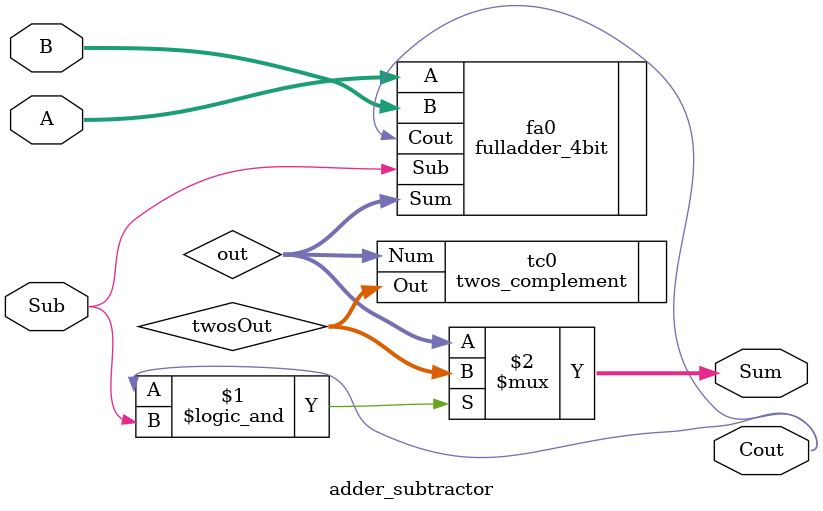
<source format=v>
`timescale 1ns / 1ps


module adder_subtractor(
    input [3:0] A,
    input [3:0] B,
    input Sub,
    output [3:0] Sum,
    output Cout
    );

    wire [3:0]out;
    wire [3:0]twosOut;
    
    fulladder_4bit fa0(.A(A), .B(B), .Sub(Sub), .Sum(out), .Cout(Cout));
    twos_complement tc0(.Num(out), .Out(twosOut));
    assign Sum = (Cout && Sub) ? twosOut : out;
   
    
endmodule

</source>
